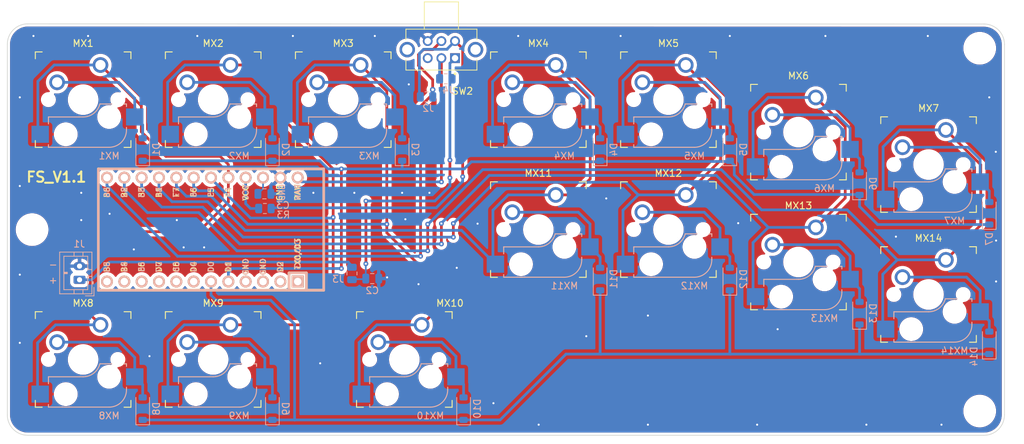
<source format=kicad_pcb>
(kicad_pcb (version 20221018) (generator pcbnew)
  (layers (0 "F.Cu" signal) (31 "B.Cu" signal) (34 "B.Paste" user) (35 "F.Paste" user) (36 "B.SilkS" user "B.Silkscreen") (37 "F.SilkS" user "F.Silkscreen") (38 "B.Mask" user) (39 "F.Mask" user) (44 "Edge.Cuts" user))
  (net 0 "")
  (net 5 "/ROW0")
  (net 6 "/ROW1")
  (net 8 "Net-(J1-Pin_1)")
  (net 9 "/COL0")
  (net 10 "/COL1")
  (net 11 "/COL2")
  (net 12 "/COL3")
  (net 13 "/COL4")
  (net 14 "/COL5")
  (net 15 "/COL6")
  (net 16 "Net-(SW2B-A)")
  (net 17 "+3.3V")
  (net 18 "Net-(D1-A)")
  (net 19 "Net-(D2-A)")
  (net 20 "Net-(D3-A)")
  (net 21 "Net-(D4-A)")
  (net 22 "Net-(D5-A)")
  (net 23 "Net-(D6-A)")
  (net 24 "Net-(D7-A)")
  (net 25 "/RST")
  (net 26 "Net-(D8-A)")
  (net 27 "Net-(D9-A)")
  (net 28 "Net-(D10-A)")
  (net 29 "Net-(D11-A)")
  (net 30 "Net-(D12-A)")
  (net 31 "Net-(D13-A)")
  (net 32 "Net-(D14-A)")
  (net 34 "Net-(SW2B-B)")
  (net 38 "GND")
  (net 39 "VDD")
  (net 40 "+BATT")
  (footprint "Hitbox_PCB:Kailh_socket_MX_optional" (layer "F.Cu") (at 127.005 33.3375)
    (fp_text reference "MX5")
    (fp_text value "MX_SW_solder")
  )
  (footprint "MountingHole:MountingHole_4.3mm_M4" (layer "F.Cu") (at 33.8 52.4)
    (fp_text reference "H1" hide)
    (fp_text value "MountingHole" hide)
  )
  (footprint "Hitbox_PCB:Kailh_socket_MX_optional" (layer "F.Cu") (at 146.05 38.0975)
    (fp_text reference "MX6")
    (fp_text value "MX_SW_solder")
  )
  (footprint "Hitbox_PCB:SW_EG2208" (layer "F.Cu") (at 93.75 26 180)
    (fp_text reference "SW2")
    (fp_text value "EG2208")
  )
  (footprint "Hitbox_PCB:Kailh_socket_MX_optional" (layer "F.Cu") (at 41.275 71.4375)
    (fp_text reference "MX8")
    (fp_text value "MX_SW_solder")
  )
  (footprint "Hitbox_PCB:Kailh_socket_MX_optional" (layer "F.Cu") (at 165.105 42.8575)
    (fp_text reference "MX7")
    (fp_text value "MX_SW_solder")
  )
  (footprint "Hitbox_PCB:Kailh_socket_MX_optional" (layer "F.Cu") (at 107.955 33.3375)
    (fp_text reference "MX4")
    (fp_text value "MX_SW_solder")
  )
  (footprint "Hitbox_PCB:Kailh_socket_MX_optional" (layer "F.Cu") (at 107.955 52.3875)
    (fp_text reference "MX11")
    (fp_text value "MX_SW_solder")
  )
  (footprint "MountingHole:MountingHole_4.3mm_M4" (layer "F.Cu") (at 172.6 25.8)
    (fp_text reference "H2" hide)
    (fp_text value "MountingHole" hide)
  )
  (footprint "MountingHole:MountingHole_4.3mm_M4" (layer "F.Cu") (at 172.6 79)
    (fp_text reference "H3" hide)
    (fp_text value "MountingHole" hide)
  )
  (footprint "Hitbox_PCB:Kailh_socket_MX_optional" (layer "F.Cu") (at 146.055 57.1475)
    (fp_text reference "MX13")
    (fp_text value "MX_SW_solder")
  )
  (footprint "Hitbox_PCB:Kailh_socket_MX_optional" (layer "F.Cu") (at 60.325 33.3375)
    (fp_text reference "MX2")
    (fp_text value "MX_SW_solder")
  )
  (footprint "Hitbox_PCB:Kailh_socket_MX_optional" (layer "F.Cu") (at 127.005 52.3875)
    (fp_text reference "MX12")
    (fp_text value "MX_SW_solder")
  )
  (footprint "Hitbox_PCB:Kailh_socket_MX_optional" (layer "F.Cu") (at 41.275 33.3375)
    (fp_text reference "MX1")
    (fp_text value "MX_SW_solder")
  )
  (footprint "Hitbox_PCB:Kailh_socket_MX_optional" (layer "F.Cu") (at 60.325 71.4375)
    (fp_text reference "MX9")
    (fp_text value "MX_SW_solder")
  )
  (footprint "Hitbox_PCB:Kailh_socket_MX_optional" (layer "F.Cu") (at 79.375 33.3375)
    (fp_text reference "MX3")
    (fp_text value "MX_SW_solder")
  )
  (footprint "Hitbox_PCB:Kailh_socket_MX_optional" (layer "F.Cu") (at 165.105 61.9075)
    (fp_text reference "MX14")
    (fp_text value "MX_SW_solder")
  )
  (footprint "Hitbox_PCB:Kailh_socket_MX_optional" (layer "F.Cu") (at 88.325 71.4375)
    (fp_text reference "MX10")
    (fp_text value "MX_SW_solder")
  )
  (footprint "Keebio:ArduinoProMicro" (layer "B.Cu") (at 58.7375 52.3875 180)
    (fp_text reference "U1" hide)
    (fp_text value "ProMicro" hide)
  )
  (footprint "Resistor_SMD:R_0805_2012Metric" (layer "B.Cu") (at 80.65 58.825 90)
    (fp_text reference "J3")
    (fp_text value "0R" hide)
  )
  (footprint "Capacitor_SMD:C_0805_2012Metric" (layer "B.Cu") (at 83.625 59.575)
    (fp_text reference "C2")
    (fp_text value "4.7uF" hide)
  )
  (footprint "Diode_SMD:D_SOD-123" (layer "B.Cu") (at 117 59.65 90)
    (fp_text reference "D11")
    (fp_text value "1N4448W-TP")
  )
  (footprint "Diode_SMD:D_SOD-123" (layer "B.Cu") (at 69 40.65 90)
    (fp_text reference "D2")
    (fp_text value "1N4448W-TP")
  )
  (footprint "Diode_SMD:D_SOD-123" (layer "B.Cu") (at 69 78.65 90)
    (fp_text reference "D9")
    (fp_text value "1N4448W-TP")
  )
  (footprint "Resistor_SMD:R_0805_2012Metric" (layer "B.Cu") (at 94.4 30.275)
    (fp_text reference "J4")
    (fp_text value "0R" hide)
  )
  (footprint "Diode_SMD:D_SOD-123" (layer "B.Cu") (at 174 50 90)
    (fp_text reference "D7")
    (fp_text value "1N4448W-TP")
  )
  (footprint "Diode_SMD:D_SOD-123" (layer "B.Cu") (at 174 69 90)
    (fp_text reference "D14")
    (fp_text value "1N4448W-TP")
  )
  (footprint "Diode_SMD:D_SOD-123" (layer "B.Cu") (at 50 40.65 90)
    (fp_text reference "D1")
    (fp_text value "1N4448W-TP")
  )
  (footprint "Connector_JST:JST_PH_B2B-PH-K_1x02_P2.00mm_Vertical" (layer "B.Cu") (at 40.75 59.75 90)
    (fp_text reference "J1")
    (fp_text value "B2B-PH-K-S(LF)(SN)")
  )
  (footprint "Diode_SMD:D_SOD-123" (layer "B.Cu") (at 88 40.65 90)
    (fp_text reference "D3")
    (fp_text value "1N4448W-TP")
  )
  (footprint "Diode_SMD:D_SOD-123" (layer "B.Cu") (at 155 45.65 90)
    (fp_text reference "D6")
    (fp_text value "1N4448W-TP")
  )
  (footprint "Diode_SMD:D_SOD-123" (layer "B.Cu") (at 117 40.65 90)
    (fp_text reference "D4")
    (fp_text value "1N4448W-TP")
  )
  (footprint "Diode_SMD:D_SOD-123" (layer "B.Cu") (at 97 78.65 90)
    (fp_text reference "D10")
    (fp_text value "1N4448W-TP")
  )
  (footprint "Resistor_SMD:R_0805_2012Metric" (layer "B.Cu") (at 67.9 49.3 180)
    (fp_text reference "R3")
    (fp_text value "100k" hide)
  )
  (footprint "Diode_SMD:D_SOD-123" (layer "B.Cu") (at 155 64.65 90)
    (fp_text reference "D13")
    (fp_text value "1N4448W-TP")
  )
  (footprint "Capacitor_SMD:C_0805_2012Metric" (layer "B.Cu") (at 67.825 47.15)
    (fp_text reference "C3")
    (fp_text value "0.1uF" hide)
  )
  (footprint "Diode_SMD:D_SOD-123" (layer "B.Cu") (at 136 40.65 90)
    (fp_text reference "D5")
    (fp_text value "1N4448W-TP")
  )
  (footprint "Diode_SMD:D_SOD-123" (layer "B.Cu") (at 136 59.65 90)
    (fp_text reference "D12")
    (fp_text value "1N4448W-TP")
  )
  (footprint "Resistor_SMD:R_0805_2012Metric" (layer "B.Cu") (at 91.575 32.925 180)
    (fp_text reference "J2")
    (fp_text value "0R" hide)
  )
  (footprint "Diode_SMD:D_SOD-123" (layer "B.Cu") (at 50 78.65 90)
    (fp_text reference "D8")
    (fp_text value "1N4448W-TP")
  )
  (gr_line (start 176.228679 25.246321) (end 176.228679 79.553679) (stroke (width 0.1)) (layer "Edge.Cuts"))
  (gr_circle (center 172.6 79) (end 174.6 79) (stroke (width 0.1)) (fill none) (layer "Edge.Cuts"))
  (gr_arc (start 30.171321 25.221321) (mid 31.05 23.1) (end 33.171321 22.221321) (stroke (width 0.1)) (layer "Edge.Cuts"))
  (gr_arc (start 173.228679 22.246321) (mid 175.35 23.125) (end 176.228679 25.246321) (stroke (width 0.1)) (layer "Edge.Cuts"))
  (gr_arc (start 176.228679 79.553679) (mid 175.35 81.675) (end 173.228679 82.553679) (stroke (width 0.1)) (layer "Edge.Cuts"))
  (gr_line (start 30.171321 79.553679) (end 30.171321 25.221321) (stroke (width 0.1)) (layer "Edge.Cuts"))
  (gr_arc (start 33.171321 82.553679) (mid 31.05 81.675) (end 30.171321 79.553679) (stroke (width 0.1)) (layer "Edge.Cuts"))
  (gr_line (start 173.228679 82.553679) (end 33.171321 82.553679) (stroke (width 0.1)) (layer "Edge.Cuts"))
  (gr_circle (center 33.8 52.393556) (end 35.8 52.393556) (stroke (width 0.1)) (fill none) (layer "Edge.Cuts"))
  (gr_line (start 33.171321 22.221321) (end 173.228679 22.246321) (stroke (width 0.1)) (layer "Edge.Cuts"))
  (gr_circle (center 172.6 25.8) (end 174.6 25.8) (stroke (width 0.1)) (fill none) (layer "Edge.Cuts"))
  (gr_text "-" (at 37.6 58.1) (layer "B.SilkS") (effects (font (size 1 1)) (justify left bottom mirror)))
  (gr_text "+" (at 37.6 60.4) (layer "B.SilkS") (effects (font (size 1 1)) (justify left bottom mirror)))
  (gr_text "FS_V1.1" (at 32.8 45.575) (layer "F.SilkS") (effects (font (size 1.5 1.5) (thickness 0.3) bold) (justify left bottom)))
  (segment (start 79.1 58.1) (end 79.1 43.5) (width 0.4) (layer "F.Cu") (net 5))
  (via (at 79.1 58.1) (size 0.7) (drill 0.3) (layers "F.Cu" "B.Cu") (net 5))
  (via (at 79.1 43.5) (size 0.7) (drill 0.3) (layers "F.Cu" "B.Cu") (net 5))
  (segment (start 79.1 43.5) (end 77.15 43.5) (width 0.4) (layer "B.Cu") (net 5))
  (segment (start 62.5475 60.0075) (end 62.5475 58.6525) (width 0.4) (layer "B.Cu") (net 5))
  (segment (start 136.65 42.95) (end 136.1 42.4) (width 0.4) (layer "B.Cu") (net 5))
  (segment (start 62.55 42.3) (end 50 42.3) (width 0.4) (layer "B.Cu") (net 5))
  (segment (start 155 49) (end 155 47.25) (width 0.4) (layer "B.Cu") (net 5))
  (segment (start 155 47.25) (end 139.55 47.25) (width 0.4) (layer "B.Cu") (net 5))
  (segment (start 157.65 51.65) (end 155 49) (width 0.4) (layer "B.Cu") (net 5))
  (segment (start 117 42.3) (end 117 42.45) (width 0.4) (layer "B.Cu") (net 5))
  (segment (start 62.55 42.3) (end 62.5475 42.3025) (width 0.4) (layer "B.Cu") (net 5))
  (segment (start 117 42.45) (end 98.15 42.45) (width 0.4) (layer "B.Cu") (net 5))
  (segment (start 98.15 42.45) (end 97.1 43.5) (width 0.4) (layer "B.Cu") (net 5))
  (segment (start 174 51.65) (end 157.65 51.65) (width 0.4) (layer "B.Cu") (net 5))
  (segment (start 62.55 42.3) (end 69 42.3) (width 0.4) (layer "B.Cu") (net 5))
  (segment (start 63.1 58.1) (end 79.1 58.1) (width 0.4) (layer "B.Cu") (net 5))
  (segment (start 136 42.3) (end 136.1 42.4) (width 0.4) (layer "B.Cu") (net 5))
  (segment (start 136.1 42.4) (end 117.1 42.4) (width 0.4) (layer "B.Cu") (net 5))
  (segment (start 77.15 43.5) (end 75.95 42.3) (width 0.4) (layer "B.Cu") (net 5))
  (segment (start 62.5475 58.6525) (end 63.1 58.1) (width 0.4) (layer "B.Cu") (net 5))
  (segment (start 136.65 44.35) (end 136.65 42.95) (width 0.4) (layer "B.Cu") (net 5))
  (segment (start 75.95 42.3) (end 69 42.3) (width 0.4) (layer "B.Cu") (net 5))
  (segment (start 139.55 47.25) (end 136.65 44.35) (width 0.4) (layer "B.Cu") (net 5))
  (segment (start 117.1 42.4) (end 117 42.3) (width 0.4) (layer "B.Cu") (net 5))
  (segment (start 88 42.3) (end 88 43.5) (width 0.4) (layer "B.Cu") (net 5))
  (segment (start 97.1 43.5) (end 79.1 43.5) (width 0.4) (layer "B.Cu") (net 5))
  (segment (start 117 61.3) (end 117 70.55) (width 0.4) (layer "B.Cu") (net 6))
  (segment (start 50 80.3) (end 69 80.3) (width 0.4) (layer "B.Cu") (net 6))
  (segment (start 155 66.3) (end 155 70.6) (width 0.4) (layer "B.Cu") (net 6))
  (segment (start 117.1 70.65) (end 112 70.65) (width 0.4) (layer "B.Cu") (net 6))
  (segment (start 174 70.65) (end 155.05 70.65) (width 0.4) (layer "B.Cu") (net 6))
  (segment (start 102.35 80.3) (end 97 80.3) (width 0.4) (layer "B.Cu") (net 6))
  (segment (start 68.75 62.75) (end 72.25 66.25) (width 0.4) (layer "B.Cu") (net 6))
  (segment (start 72.25 80.3) (end 97 80.3) (width 0.4) (layer "B.Cu") (net 6))
  (segment (start 60.0075 60.0075) (end 60.0075 62.0075) (width 0.4) (layer "B.Cu") (net 6))
  (segment (start 60.75 62.75) (end 68.75 62.75) (width 0.4) (layer "B.Cu") (net 6))
  (segment (start 155 70.6) (end 155.05 70.65) (width 0.4) (layer "B.Cu") (net 6))
  (segment (start 60.0075 62.0075) (end 60.75 62.75) (width 0.4) (layer "B.Cu") (net 6))
  (segment (start 136 61.3) (end 136 70.6) (width 0.4) (layer "B.Cu") (net 6))
  (segment (start 72.25 66.25) (end 72.25 80.3) (width 0.4) (layer "B.Cu") (net 6))
  (segment (start 117 70.55) (end 117.1 70.65) (width 0.4) (layer "B.Cu") (net 6))
  (segment (start 136 70.6) (end 136.05 70.65) (width 0.4) (layer "B.Cu") (net 6))
  (segment (start 136.05 70.65) (end 117.1 70.65) (width 0.4) (layer "B.Cu") (net 6))
  (segment (start 155.05 70.65) (end 136.05 70.65) (width 0.4) (layer "B.Cu") (net 6))
  (segment (start 69 80.3) (end 72.25 80.3) (width 0.4) (layer "B.Cu") (net 6))
  (segment (start 112 70.65) (end 102.35 80.3) (width 0.4) (layer "B.Cu") (net 6))
  (segment (start 42.55 59.75) (end 45.15 57.15) (width 0.4) (layer "B.Cu") (net 8))
  (segment (start 80.7375 57.8375) (end 80.65 57.75) (width 0.25) (layer "B.Cu") (net 8))
  (segment (start 80.1 57.1875) (end 80.75 57.8375) (width 0.4) (layer "B.Cu") (net 8))
  (segment (start 80.1 57.15) (end 80.1 57.1875) (width 0.4) (layer "B.Cu") (net 8))
  (segment (start 40.75 59.75) (end 42.55 59.75) (width 0.4) (layer "B.Cu") (net 8))
  (segment (start 45.15 57.15) (end 80.1 57.15) (width 0.4) (layer "B.Cu") (net 8))
  (segment (start 38.5 61.0425) (end 38.5 56.8) (width 0.4) (layer "F.Cu") (net 9))
  (segment (start 43.815 66.3575) (end 38.5 61.0425) (width 0.4) (layer "F.Cu") (net 9))
  (segment (start 42.6 52.7) (end 58.2 52.7) (width 0.4) (layer "F.Cu") (net 9))
  (segment (start 62.5475 48.3525) (end 62.5475 44.7675) (width 0.4) (layer "F.Cu") (net 9))
  (segment (start 38.5 56.8) (end 42.6 52.7) (width 0.4) (layer "F.Cu") (net 9))
  (segment (start 62.5475 42.8475) (end 62.5475 44.7675) (width 0.4) (layer "F.Cu") (net 9))
  (segment (start 53.4 41.65) (end 61.35 41.65) (width 0.4) (layer "F.Cu") (net 9))
  (segment (start 49.8 38.05) (end 53.4 41.65) (width 0.4) (layer "F.Cu") (net 9))
  (segment (start 58.2 52.7) (end 62.5475 48.3525) (width 0.4) (layer "F.Cu") (net 9))
  (segment (start 61.35 41.65) (end 62.5475 42.8475) (width 0.4) (layer "F.Cu") (net 9))
  (segment (start 49.8 34.2425) (end 49.8 38.05) (width 0.4) (layer "F.Cu") (net 9))
  (segment (start 43.815 28.2575) (end 49.8 34.2425) (width 0.4) (layer "F.Cu") (net 9))
  (segment (start 34.65 38.0825) (end 34.65 30.65) (width 0.4) (layer "B.Cu") (net 9))
  (segment (start 37.2425 66.3575) (end 43.815 66.3575) (width 0.4) (layer "B.Cu") (net 9))
  (segment (start 34.985 76.5175) (end 34.6 76.1325) (width 0.4) (layer "B.Cu") (net 9))
  (segment (start 37.0425 28.2575) (end 43.815 28.2575) (width 0.4) (layer "B.Cu") (net 9))
  (segment (start 34.6 76.1325) (end 34.6 69) (width 0.4) (layer "B.Cu") (net 9))
  (segment (start 34.985 38.4175) (end 34.65 38.0825) (width 0.4) (layer "B.Cu") (net 9))
  (segment (start 34.65 30.65) (end 37.0425 28.2575) (width 0.4) (layer "B.Cu") (net 9))
  (segment (start 34.6 69) (end 37.2425 66.3575) (width 0.4) (layer "B.Cu") (net 9))
  (segment (start 77.9 50.6) (end 77.9 64) (width 0.4) (layer "F.Cu") (net 10))
  (segment (start 77.9 43.5) (end 71.05 36.65) (width 0.4) (layer "F.Cu") (net 10))
  (segment (start 67.9075 28.2575) (end 62.865 28.2575) (width 0.4) (layer "F.Cu") (net 10))
  (segment (start 71.05 31.4) (end 67.9075 28.2575) (width 0.4) (layer "F.Cu") (net 10))
  (segment (start 77.9 50.6) (end 77.9 43.5) (width 0.4) (layer "F.Cu") (net 10))
  (segment (start 75.5425 66.3575) (end 62.865 66.3575) (width 0.4) (layer "F.Cu") (net 10))
  (segment (start 77.9 64) (end 75.5425 66.3575) (width 0.4) (layer "F.Cu") (net 10))
  (segment (start 71.05 36.65) (end 71.05 31.4) (width 0.4) (layer "F.Cu") (net 10))
  (via (at 77.9 50.6) (size 0.7) (drill 0.3) (layers "F.Cu" "B.Cu") (net 10))
  (segment (start 53.65 38.0325) (end 53.65 30.8) (width 0.4) (layer "B.Cu") (net 10))
  (segment (start 53.7 76.1825) (end 53.7 68.75) (width 0.4) (layer "B.Cu") (net 10))
  (segment (start 53.7 68.75) (end 56.0925 66.3575) (width 0.4) (layer "B.Cu") (net 10))
  (segment (start 77.8 50.7) (end 65.8 50.7) (width 0.4) (layer "B.Cu") (net 10))
  (segment (start 54.035 76.5175) (end 53.7 76.1825) (width 0.4) (layer "B.Cu") (net 10))
  (segment (start 77.9 50.6) (end 77.8 50.7) (width 0.4) (layer "B.Cu") (net 10))
  (segment (start 56.1925 28.2575) (end 62.865 28.2575) (width 0.4) (layer "B.Cu") (net 10))
  (segment (start 65.8 50.7) (end 60.0075 44.9075) (width 0.4) (layer "B.Cu") (net 10))
  (segment (start 60.0075 44.9075) (end 60.0075 44.7675) (width 0.4) (layer "B.Cu") (net 10))
  (segment (start 54.035 38.4175) (end 53.65 38.0325) (width 0.4) (layer "B.Cu") (net 10))
  (segment (start 56.0925 66.3575) (end 62.865 66.3575) (width 0.4) (layer "B.Cu") (net 10))
  (segment (start 53.65 30.8) (end 56.1925 28.2575) (width 0.4) (layer "B.Cu") (net 10))
  (segment (start 85.7559 32.0984) (end 85.7559 52.8559) (width 0.4) (layer "F.Cu") (net 11))
  (segment (start 81.915 28.2575) (end 85.7559 32.0984) (width 0.4) (layer "F.Cu") (net 11))
  (segment (start 85.7559 52.8559) (end 92.6 59.7) (width 0.4) (layer "F.Cu") (net 11))
  (segment (start 92.6 59.7) (end 92.6 64.6225) (width 0.4) (layer "F.Cu") (net 11))
  (segment (start 92.6 64.6225) (end 90.865 66.3575) (width 0.4) (layer "F.Cu") (net 11))
  (via (at 85.7559 51.6) (size 0.7) (drill 0.3) (layers "F.Cu" "B.Cu") (net 11))
  (segment (start 60.5 46.7) (end 58.1 46.7) (width 0.4) (layer "B.Cu") (net 11))
  (segment (start 73.085 38.4175) (end 72.65 37.9825) (width 0.4) (layer "B.Cu") (net 11))
  (segment (start 81.7 68.95) (end 84.2925 66.3575) (width 0.4) (layer "B.Cu") (net 11))
  (segment (start 82.035 76.5175) (end 81.7 76.1825) (width 0.4) (layer "B.Cu") (net 11))
  (segment (start 58.1 46.7) (end 57.4675 46.0675) (width 0.4) (layer "B.Cu") (net 11))
  (segment (start 65.4 51.6) (end 60.5 46.7) (width 0.4) (layer "B.Cu") (net 11))
  (segment (start 72.65 37.9825) (end 72.65 30.85) (width 0.4) (layer "B.Cu") (net 11))
  (segment (start 72.65 30.85) (end 75.2425 28.2575) (width 0.4) (layer "B.Cu") (net 11))
  (segment (start 85.7559 51.6) (end 65.4 51.6) (width 0.4) (layer "B.Cu") (net 11))
  (segment (start 75.2425 28.2575) (end 81.915 28.2575) (width 0.4) (layer "B.Cu") (net 11))
  (segment (start 81.7 76.1825) (end 81.7 68.95) (width 0.4) (layer "B.Cu") (net 11))
  (segment (start 57.4675 46.0675) (end 57.4675 44.7675) (width 0.4) (layer "B.Cu") (net 11))
  (segment (start 84.2925 66.3575) (end 90.865 66.3575) (width 0.4) (layer "B.Cu") (net 11))
  (segment (start 115.55 33.3125) (end 110.495 28.2575) (width 0.4) (layer "F.Cu") (net 12))
  (segment (start 110.495 47.3075) (end 113.1925 47.3075) (width 0.4) (layer "F.Cu") (net 12))
  (segment (start 115.55 44.95) (end 115.55 33.3125) (width 0.4) (layer "F.Cu") (net 12))
  (segment (start 113.1925 47.3075) (end 115.55 44.95) (width 0.4) (layer "F.Cu") (net 12))
  (segment (start 101.25 30.7) (end 103.6925 28.2575) (width 0.4) (layer "B.Cu") (net 12))
  (segment (start 101.3 49.55) (end 103.5425 47.3075) (width 0.4) (layer "B.Cu") (net 12))
  (segment (start 101.3 57.1025) (end 101.3 49.55) (width 0.4) (layer "B.Cu") (net 12))
  (segment (start 54.9275 46.0275) (end 56.4 47.5) (width 0.4) (layer "B.Cu") (net 12))
  (segment (start 65 52.5) (end 96.6975 52.5) (width 0.4) (layer "B.Cu") (net 12))
  (segment (start 103.5425 47.3075) (end 110.495 47.3075) (width 0.4) (layer "B.Cu") (net 12))
  (segment (start 101.665 57.4675) (end 101.3 57.1025) (width 0.4) (layer "B.Cu") (net 12))
  (segment (start 60 47.5) (end 65 52.5) (width 0.4) (layer "B.Cu") (net 12))
  (segment (start 96.6975 52.5) (end 101.665 57.4675) (width 0.4) (layer "B.Cu") (net 12))
  (segment (start 101.25 38.0025) (end 101.25 30.7) (width 0.4) (layer "B.Cu") (net 12))
  (segment (start 56.4 47.5) (end 60 47.5) (width 0.4) (layer "B.Cu") (net 12))
  (segment (start 103.6925 28.2575) (end 110.495 28.2575) (width 0.4) (layer "B.Cu") (net 12))
  (segment (start 54.9275 44.7675) (end 54.9275 46.0275) (width 0.4) (layer "B.Cu") (net 12))
  (segment (start 101.665 38.4175) (end 101.25 38.0025) (width 0.4) (layer "B.Cu") (net 12))
  (segment (start 134.65 42.2025) (end 134.65 33.3625) (width 0.4) (layer "F.Cu") (net 13))
  (segment (start 95.5 53.5) (end 95.5 51.5) (width 0.4) (layer "F.Cu") (net 13))
  (segment (start 129.545 47.3075) (end 134.65 42.2025) (width 0.4) (layer "F.Cu") (net 13))
  (segment (start 134.65 33.3625) (end 129.545 28.2575) (width 0.4) (layer "F.Cu") (net 13))
  (via (at 95.5 51.5) (size 0.7) (drill 0.3) (layers "F.Cu" "B.Cu") (net 13))
  (via (at 95.5 53.5) (size 0.7) (drill 0.3) (layers "F.Cu" "B.Cu") (net 13))
  (segment (start 120.735 45.45) (end 122.5925 47.3075) (width 0.4) (layer "B.Cu") (net 13))
  (segment (start 54.3 48.3) (end 52.3875 46.3875) (width 0.4) (layer "B.Cu") (net 13))
  (segment (start 95.5 53.5) (end 64.7 53.5) (width 0.4) (layer "B.Cu") (net 13))
  (segment (start 120.35 30.55) (end 122.6425 28.2575) (width 0.4) (layer "B.Cu") (net 13))
  (segment (start 120.35 38.0525) (end 120.35 30.55) (width 0.4) (layer "B.Cu") (net 13))
  (segment (start 120.715 38.4175) (end 120.35 38.0525) (width 0.4) (layer "B.Cu") (net 13))
  (segment (start 120.715 57.4675) (end 120.35 57.1025) (width 0.4) (layer "B.Cu") (net 13))
  (segment (start 95.5 51.5) (end 101.55 45.45) (width 0.4) (layer "B.Cu") (net 13))
  (segment (start 59.5 48.3) (end 54.3 48.3) (width 0.4) (layer "B.Cu") (net 13))
  (segment (start 120.35 49.55) (end 122.5925 47.3075) (width 0.4) (layer "B.Cu") (net 13))
  (segment (start 52.3875 46.3875) (end 52.3875 44.7675) (width 0.4) (layer "B.Cu") (net 13))
  (segment (start 122.5925 47.3075) (end 129.545 47.3075) (width 0.4) (layer "B.Cu") (net 13))
  (segment (start 122.6425 28.2575) (end 129.545 28.2575) (width 0.4) (layer "B.Cu") (net 13))
  (segment (start 64.7 53.5) (end 59.5 48.3) (width 0.4) (layer "B.Cu") (net 13))
  (segment (start 120.35 57.1025) (end 120.35 49.55) (width 0.4) (layer "B.Cu") (net 13))
  (segment (start 101.55 45.45) (end 120.735 45.45) (width 0.4) (layer "B.Cu") (net 13))
  (segment (start 152.9 47.7625) (end 152.9 37.3275) (width 0.4) (layer "F.Cu") (net 14))
  (segment (start 152.9 37.3275) (end 148.59 33.0175) (width 0.4) (layer "F.Cu") (net 14))
  (segment (start 93.75 51.5) (end 93.75 54.5) (width 0.4) (layer "F.Cu") (net 14))
  (segment (start 148.595 52.0675) (end 152.9 47.7625) (width 0.4) (layer "F.Cu") (net 14))
  (via (at 93.75 54.5) (size 0.7) (drill 0.3) (layers "F.Cu" "B.Cu") (net 14))
  (via (at 93.75 51.5) (size 0.7) (drill 0.3) (layers "F.Cu" "B.Cu") (net 14))
  (segment (start 141.6325 52.0675) (end 148.595 52.0675) (width 0.4) (layer "B.Cu") (net 14))
  (segment (start 64.2 54.5) (end 58.8 49.1) (width 0.4) (layer "B.Cu") (net 14))
  (segment (start 100.75 44.45) (end 134.015 44.45) (width 0.4) (layer "B.Cu") (net 14))
  (segment (start 93.75 54.5) (end 64.2 54.5) (width 0.4) (layer "B.Cu") (net 14))
  (segment (start 139.76 43.1775) (end 139.4 42.8175) (width 0.4) (layer "B.Cu") (net 14))
  (segment (start 139.4 42.8175) (end 139.4 35.25) (width 0.4) (layer "B.Cu") (net 14))
  (segment (start 93.75 51.45) (end 100.75 44.45) (width 0.4) (layer "B.Cu") (net 14))
  (segment (start 139.765 62.2275) (end 139.4 61.8625) (width 0.4) (layer "B.Cu") (net 14))
  (segment (start 139.4 35.25) (end 141.6325 33.0175) (width 0.4) (layer "B.Cu") (net 14))
  (segment (start 139.4 61.8625) (end 139.4 54.3) (width 0.4) (layer "B.Cu") (net 14))
  (segment (start 52.8 49.1) (end 49.8475 46.1475) (width 0.4) (layer "B.Cu") (net 14))
  (segment (start 141.6325 33.0175) (end 148.59 33.0175) (width 0.4) (layer "B.Cu") (net 14))
  (segment (start 49.8475 46.1475) (end 49.8475 44.7675) (width 0.4) (layer "B.Cu") (net 14))
  (segment (start 58.8 49.1) (end 52.8 49.1) (width 0.4) (layer "B.Cu") (net 14))
  (segment (start 134.015 44.45) (end 141.6325 52.0675) (width 0.4) (layer "B.Cu") (net 14))
  (segment (start 93.75 51.5) (end 93.75 51.45) (width 0.4) (layer "B.Cu") (net 14))
  (segment (start 139.4 54.3) (end 141.6325 52.0675) (width 0.4) (layer "B.Cu") (net 14))
  (segment (start 172.75 42.8825) (end 167.645 37.7775) (width 0.4) (layer "F.Cu") (net 15))
  (segment (start 91.75 51.6) (end 91.75 55.5) (width 0.4) (layer "F.Cu") (net 15))
  (segment (start 172.75 51.7225) (end 172.75 42.8825) (width 0.4) (layer "F.Cu") (net 15))
  (segment (start 167.645 56.8275) (end 172.75 51.7225) (width 0.4) (layer "F.Cu") (net 15))
  (via (at 91.75 51.6) (size 0.7) (drill 0.3) (layers "F.Cu" "B.Cu") (net 15))
  (via (at 91.75 55.5) (size 0.7) (drill 0.3) (layers "F.Cu" "B.Cu") (net 15))
  (segment (start 99.8 43.6) (end 134.75 43.6) (width 0.4) (layer "B.Cu") (net 15))
  (segment (start 91.8 51.6) (end 99.8 43.6) (width 0.4) (layer "B.Cu") (net 15))
  (segment (start 140.65 49.5) (end 153.2 49.5) (width 0.4) (layer "B.Cu") (net 15))
  (segment (start 158.815 66.9875) (end 158.4 66.5725) (width 0.4) (layer "B.Cu") (net 15))
  (segment (start 50.7 49.9) (end 47.3075 46.5075) (width 0.4) (layer "B.Cu") (net 15))
  (segment (start 158.45 40.25) (end 160.9225 37.7775) (width 0.4) (layer "B.Cu") (net 15))
  (segment (start 158.45 47.5725) (end 158.45 40.25) (width 0.4) (layer "B.Cu") (net 15))
  (segment (start 134.75 43.6) (end 140.65 49.5) (width 0.4) (layer "B.Cu") (net 15))
  (segment (start 47.3075 46.5075) (end 47.3075 44.7675) (width 0.4) (layer "B.Cu") (net 15))
  (segment (start 160.5225 56.8275) (end 167.645 56.8275) (width 0.4) (layer "B.Cu") (net 15))
  (segment (start 158.4 58.95) (end 160.5225 56.8275) (width 0.4) (layer "B.Cu") (net 15))
  (segment (start 158.815 47.9375) (end 158.45 47.5725) (width 0.4) (layer "B.Cu") (net 15))
  (segment (start 63.8 55.5) (end 58.2 49.9) (width 0.4) (layer "B.Cu") (net 15))
  (segment (start 91.75 55.5) (end 63.8 55.5) (width 0.4) (layer "B.Cu") (net 15))
  (segment (start 158.4 66.5725) (end 158.4 58.95) (width 0.4) (layer "B.Cu") (net 15))
  (segment (start 160.5225 56.8225) (end 160.5225 56.8275) (width 0.4) (layer "B.Cu") (net 15))
  (segment (start 160.9225 37.7775) (end 167.645 37.7775) (width 0.4) (layer "B.Cu") (net 15))
  (segment (start 58.2 49.9) (end 50.7 49.9) (width 0.4) (layer "B.Cu") (net 15))
  (segment (start 91.75 51.6) (end 91.8 51.6) (width 0.4) (layer "B.Cu") (net 15))
  (segment (start 153.2 49.5) (end 160.5225 56.8225) (width 0.4) (layer "B.Cu") (net 15))
  (segment (start 96.869 44.631) (end 96.869 25.869) (width 0.4) (layer "F.Cu") (net 16))
  (segment (start 96.869 25.869) (end 95.75 24.75) (width 0.4) (layer "F.Cu") (net 16))
  (via (at 96.869 44.631) (size 0.7) (drill 0.3) (layers "F.Cu" "B.Cu") (net 16))
  (segment (start 94.6 25.95) (end 94.6 25.9) (width 0.4) (layer "B.Cu") (net 16))
  (segment (start 91.15 25.95) (end 94.6 25.95) (width 0.4) (layer "B.Cu") (net 16))
  (segment (start 90.525 26.575) (end 91.15 25.95) (width 0.4) (layer "B.Cu") (net 16))
  (segment (start 96.869 45.331) (end 93 49.2) (width 0.4) (layer "B.Cu") (net 16))
  (segment (start 90.6625 32.925) (end 90.525 32.7875) (width 0.4) (layer "B.Cu") (net 16))
  (segment (start 90.525 32.7875) (end 90.525 26.575) (width 0.4) (layer "B.Cu") (net 16))
  (segment (start 94.6 25.9) (end 95.75 24.75) (width 0.4) (layer "B.Cu") (net 16))
  (segment (start 68.9125 49.2) (end 68.8125 49.3) (width 0.4) (layer "B.Cu") (net 16))
  (segment (start 96.869 44.631) (end 96.869 45.331) (width 0.4) (layer "B.Cu") (net 16))
  (segment (start 93 49.2) (end 68.9125 49.2) (width 0.4) (layer "B.Cu") (net 16))
  (segment (start 65.0875 48.5875) (end 65.0875 44.7675) (width 0.4) (layer "B.Cu") (net 17))
  (segment (start 66.9875 49.3) (end 65.8 49.3) (width 0.4) (layer "B.Cu") (net 17))
  (segment (start 65.8 49.3) (end 65.0875 48.5875) (width 0.4) (layer "B.Cu") (net 17))
  (segment (start 46.4975 30.7975) (end 37.465 30.7975) (width 0.4) (layer "B.Cu") (net 18))
  (segment (start 50 37.0425) (end 48.835 35.8775) (width 0.4) (layer "B.Cu") (net 18))
  (segment (start 50 39) (end 50 37.0425) (width 0.4) (layer "B.Cu") (net 18))
  (segment (start 48.835 35.8775) (end 48.835 33.135) (width 0.4) (layer "B.Cu") (net 18))
  (segment (start 48.835 33.135) (end 46.4975 30.7975) (width 0.4) (layer "B.Cu") (net 18))
  (segment (start 67.885 32.935) (end 65.7475 30.7975) (width 0.4) (layer "B.Cu") (net 19))
  (segment (start 69 36.9925) (end 67.885 35.8775) (width 0.4) (layer "B.Cu") (net 19))
  (segment (start 65.7475 30.7975) (end 56.515 30.7975) (width 0.4) (layer "B.Cu") (net 19))
  (segment (start 67.885 35.8775) (end 67.885 32.935) (width 0.4) (layer "B.Cu") (net 19))
  (segment (start 69 39) (end 69 36.9925) (width 0.4) (layer "B.Cu") (net 19))
  (segment (start 86.935 32.735) (end 84.9975 30.7975) (width 0.4) (layer "B.Cu") (net 20))
  (segment (start 88 36.9425) (end 86.935 35.8775) (width 0.4) (layer "B.Cu") (net 20))
  (segment (start 86.935 35.8775) (end 86.935 32.735) (width 0.4) (layer "B.Cu") (net 20))
  (segment (start 88 39) (end 88 36.9425) (width 0.4) (layer "B.Cu") (net 20))
  (segment (start 84.9975 30.7975) (end 75.565 30.7975) (width 0.4) (layer "B.Cu") (net 20))
  (segment (start 115.515 32.915) (end 113.3975 30.7975) (width 0.4) (layer "B.Cu") (net 21))
  (segment (start 115.515 35.8775) (end 115.515 32.915) (width 0.4) (layer "B.Cu") (net 21))
  (segment (start 113.3975 30.7975) (end 104.145 30.7975) (width 0.4) (layer "B.Cu") (net 21))
  (segment (start 117 39) (end 117 37.3625) (width 0.4) (layer "B.Cu") (net 21))
  (segment (start 117 37.3625) (end 115.515 35.8775) (width 0.4) (layer "B.Cu") (net 21))
  (segment (start 136 39) (end 136 37.3125) (width 0.4) (layer "B.Cu") (net 22))
  (segment (start 132.3475 30.7975) (end 123.195 30.7975) (width 0.4) (layer "B.Cu") (net 22))
  (segment (start 136 37.3125) (end 134.565 35.8775) (width 0.4) (layer "B.Cu") (net 22))
  (segment (start 134.565 35.8775) (end 134.565 33.015) (width 0.4) (layer "B.Cu") (net 22))
  (segment (start 134.565 33.015) (end 132.3475 30.7975) (width 0.4) (layer "B.Cu") (net 22))
  (segment (start 155 44) (end 155 42.0275) (width 0.4) (layer "B.Cu") (net 23))
  (segment (start 153.61 37.51) (end 151.6575 35.5575) (width 0.4) (layer "B.Cu") (net 23))
  (segment (start 151.6575 35.5575) (end 142.24 35.5575) (width 0.4) (layer "B.Cu") (net 23))
  (segment (start 155 42.0275) (end 153.61 40.6375) (width 0.4) (layer "B.Cu") (net 23))
  (segment (start 153.61 40.6375) (end 153.61 37.51) (width 0.4) (layer "B.Cu") (net 23))
  (segment (start 174 48.35) (end 174 46.7325) (width 0.4) (layer "B.Cu") (net 24))
  (segment (start 172.665 42.115) (end 170.8675 40.3175) (width 0.4) (layer "B.Cu") (net 24))
  (segment (start 172.665 45.3975) (end 172.665 42.115) (width 0.4) (layer "B.Cu") (net 24))
  (segment (start 174 46.7325) (end 172.665 45.3975) (width 0.4) (layer "B.Cu") (net 24))
  (segment (start 170.8675 40.3175) (end 161.295 40.3175) (width 0.4) (layer "B.Cu") (net 24))
  (segment (start 67.75 44.89) (end 67.6275 44.7675) (width 0.25) (layer "F.Cu") (net 25))
  (segment (start 67.6275 44.7675) (end 67.6275 46.3975) (width 0.25) (layer "B.Cu") (net 25))
  (segment (start 67.6275 46.3975) (end 66.875 47.15) (width 0.25) (layer "B.Cu") (net 25))
  (segment (start 48.835 73.9775) (end 48.835 71.135) (width 0.4) (layer "B.Cu") (net 26))
  (segment (start 50 77) (end 50 75.1425) (width 0.4) (layer "B.Cu") (net 26))
  (segment (start 50 75.1425) (end 48.835 73.9775) (width 0.4) (layer "B.Cu") (net 26))
  (segment (start 46.5975 68.8975) (end 37.465 68.8975) (width 0.4) (layer "B.Cu") (net 26))
  (segment (start 48.835 71.135) (end 46.5975 68.8975) (width 0.4) (layer "B.Cu") (net 26))
  (segment (start 67.885 71.235) (end 65.5475 68.8975) (width 0.4) (layer "B.Cu") (net 27))
  (segment (start 69 77) (end 69 75.0925) (width 0.4) (layer "B.Cu") (net 27))
  (segment (start 65.5475 68.8975) (end 56.515 68.8975) (width 0.4) (layer "B.Cu") (net 27))
  (segment (start 69 75.0925) (end 67.885 73.9775) (width 0.4) (layer "B.Cu") (net 27))
  (segment (start 67.885 73.9775) (end 67.885 71.235) (width 0.4) (layer "B.Cu") (net 27))
  (segment (start 97 75.0925) (end 95.885 73.9775) (width 0.4) (layer "B.Cu") (net 28))
  (segment (start 95.885 70.985) (end 93.7975 68.8975) (width 0.4) (layer "B.Cu") (net 28))
  (segment (start 97 77) (end 97 75.0925) (width 0.4) (layer "B.Cu") (net 28))
  (segment (start 93.7975 68.8975) (end 84.515 68.8975) (width 0.4) (layer "B.Cu") (net 28))
  (segment (start 95.885 73.9775) (end 95.885 70.985) (width 0.4) (layer "B.Cu") (net 28))
  (segment (start 117 58) (end 117 56.4125) (width 0.4) (layer "B.Cu") (net 29))
  (segment (start 115.515 51.565) (end 113.7975 49.8475) (width 0.4) (layer "B.Cu") (net 29))
  (segment (start 115.515 54.9275) (end 115.515 51.565) (width 0.4) (layer "B.Cu") (net 29))
  (segment (start 117 56.4125) (end 115.515 54.9275) (width 0.4) (layer "B.Cu") (net 29))
  (segment (start 113.7975 49.8475) (end 104.145 49.8475) (width 0.4) (layer "B.Cu") (net 29))
  (segment (start 132.2475 49.8475) (end 123.195 49.8475) (width 0.4) (layer "B.Cu") (net 30))
  (segment (start 134.565 54.9275) (end 134.565 52.165) (width 0.4) (layer "B.Cu") (net 30))
  (segment (start 136 58) (end 136 56.3625) (width 0.4) (layer "B.Cu") (net 30))
  (segment (start 136 56.3625) (end 134.565 54.9275) (width 0.4) (layer "B.Cu") (net 30))
  (segment (start 134.565 52.165) (end 132.2475 49.8475) (width 0.4) (layer "B.Cu") (net 30))
  (segment (start 153.615 56.265) (end 151.9575 54.6075) (width 0.4) (layer "B.Cu") (net 31))
  (segment (start 155 61.0725) (end 153.615 59.6875) (width 0.4) (layer "B.Cu") (net 31))
  (segment (start 153.615 59.6875) (end 153.615 56.265) (width 0.4) (layer "B.Cu") (net 31))
  (segment (start 155 63) (end 155 61.0725) (width 0.4) (layer "B.Cu") (net 31))
  (segment (start 151.9575 54.6075) (end 142.245 54.6075) (width 0.4) (layer "B.Cu") (net 31))
  (segment (start 172.665 64.4475) (end 172.665 61.365) (width 0.4) (layer "B.Cu") (net 32))
  (segment (start 174 67.35) (end 174 65.7825) (width 0.4) (layer "B.Cu") (net 32))
  (segment (start 174 65.7825) (end 172.665 64.4475) (width 0.4) (layer "B.Cu") (net 32))
  (segment (start 172.665 61.365) (end 170.6675 59.3675) (width 0.4) (layer "B.Cu") (net 32))
  (segment (start 170.6675 59.3675) (end 161.295 59.3675) (width 0.4) (layer "B.Cu") (net 32))
  (segment (start 90.4 26.725) (end 91.125 26) (width 0.4) (layer "F.Cu") (net 34))
  (segment (start 90.4 28.339339) (end 90.4 26.725) (width 0.4) (layer "F.Cu") (net 34))
  (segment (start 92.475 32.525) (end 92.475 30.414339) (width 0.4) (layer "F.Cu") (net 34))
  (segment (start 90.7 34.3) (end 92.475 32.525) (width 0.4) (layer "F.Cu") (net 34))
  (segment (start 90.7 56.3) (end 90.7 34.3) (width 0.4) (layer "F.Cu") (net 34))
  (segment (start 92.475 30.414339) (end 90.4 28.339339) (width 0.4) (layer "F.Cu") (net 34))
  (segment (start 91.125 26) (end 92.5 26) (width 0.4) (layer "F.Cu") (net 34))
  (segment (start 92.5 26) (end 93.75 24.75) (width 0.4) (layer "F.Cu") (net 34))
  (via (at 92.475 31.875) (size 0.8) (drill 0.4) (layers "F.Cu" "B.Cu") (net 34))
  (via (at 90.7 56.3) (size 0.7) (drill 0.3) (layers "F.Cu" "B.Cu") (net 34))
  (segment (start 53.7 54.9) (end 55.1 56.3) (width 0.4) (layer "B.Cu") (net 34))
  (segment (start 69.7 56.3) (end 90.7 56.3) (width 0.4) (layer "B.Cu") (net 34))
  (segment (start 92.4875 31.8875) (end 92.475 31.875) (width 0.4) (layer "B.Cu") (net 34))
  (segment (start 92.4875 32.925) (end 92.4875 31.8875) (width 0.4) (layer "B.Cu") (net 34))
  (segment (start 44.7675 44.7675) (end 44.7675 45.9675) (width 0.4) (layer "B.Cu") (net 34))
  (segment (start 55.1 56.3) (end 69.7 56.3) (width 0.4) (layer "B.Cu") (net 34))
  (segment (start 44.7675 45.9675) (end 53.7 54.9) (width 0.4) (layer "B.Cu") (net 34))
  (via (at 174 33) (size 0.7) (drill 0.3) (layers "F.Cu" "B.Cu") (net 38))
  (via (at 32 46) (size 0.7) (drill 0.3) (layers "F.Cu" "B.Cu") (net 38))
  (via (at 136 24) (size 0.7) (drill 0.3) (layers "F.Cu" "B.Cu") (net 38))
  (via (at 96 58) (size 0.7) (drill 0.3) (layers "F.Cu" "B.Cu") (net 38))
  (via (at 58 24) (size 0.7) (drill 0.3) (layers "F.Cu" "B.Cu") (net 38))
  (via (at 167 81) (size 0.7) (drill 0.3) (layers "F.Cu" "B.Cu") (net 38))
  (via (at 137.225 51.45) (size 0.7) (drill 0.3) (layers "F.Cu" "B.Cu") (net 38))
  (via (at 108 81) (size 0.7) (drill 0.3) (layers "F.Cu" "B.Cu") (net 38))
  (via (at 114.975 68.025) (size 0.7) (drill 0.3) (layers "F.Cu" "B.Cu") (net 38))
  (via (at 32 59) (size 0.7) (drill 0.3) (layers "F.Cu" "B.Cu") (net 38))
  (via (at 175 54) (size 0.7) (drill 0.3) (layers "F.Cu" "B.Cu") (net 38))
  (via (at 84 24) (size 0.7) (drill 0.3) (layers "F.Cu" "B.Cu") (net 38))
  (via (at 55 51) (size 0.7) (drill 0.3) (layers "F.Cu" "B.Cu") (net 38))
  (via (at 59 55) (size 0.7) (drill 0.3) (layers "F.Cu" "B.Cu") (net 38))
  (via (at 32 69) (size 0.7) (drill 0.3) (layers "F.Cu" "B.Cu") (net 38))
  (via (at 124 81) (size 0.7) (drill 0.3) (layers "F.Cu" "B.Cu") (net 38))
  (via (at 165 24) (size 0.7) (drill 0.3) (layers "F.Cu" "B.Cu") (net 38))
  (via (at 175 60) (size 0.7) (drill 0.3) (layers "F.Cu" "B.Cu") (net 38))
  (via (at 88.475 50.875) (size 0.7) (drill 0.3) (layers "F.Cu" "B.Cu") (net 38))
  (via (at 34 24) (size 0.7) (drill 0.3) (layers "F.Cu" "B.Cu") (net 38))
  (via (at 41 51) (size 0.7) (drill 0.3) (layers "F.Cu" "B.Cu") (net 38))
  (via (at 75 47) (size 0.7) (drill 0.3) (layers "F.Cu" "B.Cu") (net 38))
  (via (at 140 81) (size 0.7) (drill 0.3) (layers "F.Cu" "B.Cu") (net 38))
  (via (at 160.325 53.425) (size 0.7) (drill 0.3) (layers "F.Cu" "B.Cu") (net 38))
  (via (at 88.975 31.1) (size 0.7) (drill 0.3) (layers "F.Cu" "B.Cu") (net 38))
  (via (at 105 24) (size 0.7) (drill 0.3) (layers "F.Cu" "B.Cu") (net 38))
  (via (at 76 72) (size 0.7) (drill 0.3) (layers "F.Cu" "B.Cu") (net 38))
  (via (at 50.994507 70.953577) (size 0.7) (drill 0.3) (layers "F.Cu" "B.Cu") (net 38))
  (via (at 99.05 51.525) (size 0.7) (drill 0.3) (layers "F.Cu" "B.Cu") (net 38))
  (via (at 150 24) (size 0.7) (drill 0.3) (layers "F.Cu" "B.Cu") (net 38))
  (via (at 120 24) (size 0.7) (drill 0.3) (layers "F.Cu" "B.Cu") (net 38))
  (via (at 72 24) (size 0.7) (drill 0.3) (layers "F.Cu" "B.Cu") (net 38))
  (via (at 124 65) (size 0.7) (drill 0.3) (layers "F.Cu" "B.Cu") (net 38))
  (via (at 45.15 50.075) (size 0.7) (drill 0.3) (layers "F.Cu" "B.Cu") (net 38))
  (via (at 156 81) (size 0.7) (drill 0.3) (layers "F.Cu" "B.Cu") (net 38))
  (via (at 92 47) (size 0.7) (drill 0.3) (layers "F.Cu" "B.Cu") (net 38))
  (via (at 174.955602 40.985326) (size 0.7) (drill 0.3) (layers "F.Cu" "B.Cu") (net 38))
  (via (at 41 47) (size 0.7) (drill 0.3) (layers "F.Cu" "B.Cu") (net 38))
  (via (at 32 33) (size 0.7) (drill 0.3) (layers "F.Cu" "B.Cu") (net 38))
  (via (at 143 67) (size 0.7) (drill 0.3) (layers "F.Cu" "B.Cu") (net 38))
  (via (at 81 47) (size 0.7) (drill 0.3) (layers "F.Cu" "B.Cu") (net 38))
  (via (at 117.9 47.825) (size 0.7) (drill 0.3) (layers "F.Cu" "B.Cu") (net 38))
  (via (at 85.8 59.4) (size 0.7) (drill 0.3) (layers "F.Cu" "B.Cu") (net 38))
  (via (at 90.4 60.4) (size 0.7) (drill 0.3) (layers "F.Cu" "B.Cu") (net 38))
  (via (at 56 55) (size 0.7) (drill 0.3) (layers "F.Cu" "B.Cu") (net 38))
  (via (at 42 24) (size 0.7) (drill 0.3) (layers "F.Cu" "B.Cu") (net 38))
  (via (at 88 47) (size 0.7) (drill 0.3) (layers "F.Cu" "B.Cu") (net 38))
  (via (at 48.7 55.3) (size 0.7) (drill 0.3) (layers "F.Cu" "B.Cu") (net 38))
  (via (at 101.375 77.85) (size 0.7) (drill 0.3) (layers "F.Cu" "B.Cu") (net 38))
  (segment (start 93.75 45.4) (end 93.75 27.25) (width 0.4) (layer "F.Cu") (net 39))
  (via (at 93.75 45.4) (size 0.7) (drill 0.3) (layers "F.Cu" "B.Cu") (net 39))
  (segment (start 72.875 44.6) (end 72.7075 44.7675) (width 0.4) (layer "B.Cu") (net 39))
  (segment (start 93.4875 27.5125) (end 93.75 27.25) (width 0.25) (layer "B.Cu") (net 39))
  (segment (start 73.34 45.4) (end 72.7075 44.7675) (width 0.4) (layer "B.Cu") (net 39))
  (segment (start 93.4875 30.275) (end 93.4875 27.5125) (width 0.4) (layer "B.Cu") (net 39))
  (segment (start 93.75 45.4) (end 73.34 45.4) (width 0.4) (layer "B.Cu") (net 39))
  (segment (start 95 44.8) (end 95 42.2) (width 0.4) (layer "F.Cu") (net 40))
  (segment (start 82.6875 57.4) (end 82.7 57.3875) (width 0.4) (layer "F.Cu") (net 40))
  (segment (start 82.7 57.3875) (end 82.7 48.2) (width 0.4) (layer "F.Cu") (net 40))
  (via (at 82.6875 57.4) (size 0.7) (drill 0.3) (layers "F.Cu" "B.Cu") (net 40))
  (via (at 95 42.2) (size 0.7) (drill 0.3) (layers "F.Cu" "B.Cu") (net 40))
  (via (at 82.7 48.2) (size 0.7) (drill 0.3) (layers "F.Cu" "B.Cu") (net 40))
  (via (at 95 44.8) (size 0.7) (drill 0.3) (layers "F.Cu" "B.Cu") (net 40))
  (segment (start 80.75 59.6625) (end 81.35 59.6625) (width 0.25) (layer "B.Cu") (net 40))
  (segment (start 95 30.125) (end 95 28) (width 0.4) (layer "B.Cu") (net 40))
  (segment (start 82.675 59.575) (end 82.675 57.4125) (width 0.25) (layer "B.Cu") (net 40))
  (segment (start 82.7 48.2) (end 92.8 48.2) (width 0.4) (layer "B.Cu") (net 40))
  (segment (start 95 42.2) (end 95 30.125) (width 0.4) (layer "B.Cu") (net 40))
  (segment (start 80.8 59.6625) (end 81.35 59.6625) (width 0.25) (layer "B.Cu") (net 40))
  (segment (start 95 28) (end 95.75 27.25) (width 0.4) (layer "B.Cu") (net 40))
  (segment (start 81.35 59.6625) (end 82.5875 59.6625) (width 0.25) (layer "B.Cu") (net 40))
  (segment (start 82.5875 59.6625) (end 82.675 59.575) (width 0.25) (layer "B.Cu") (net 40))
  (segment (start 95 46) (end 95 44.8) (width 0.4) (layer "B.Cu") (net 40))
  (segment (start 82.675 57.4125) (end 82.6875 57.4) (width 0.25) (layer "B.Cu") (net 40))
  (segment (start 95.3125 30.275) (end 95.15 30.275) (width 0.25) (layer "B.Cu") (net 40))
  (segment (start 92.8 48.2) (end 95 46) (width 0.4) (layer "B.Cu") (net 40))
  (segment (start 95.15 30.275) (end 95 30.125) (width 0.25) (layer "B.Cu") (net 40))
  (zone (net 38) (net_name "GND") (layers "F&B.Cu") (connect_pads (clearance 0.5)) (min_thickness 0.25) (fill yes (thermal_gap 0.5) (thermal_bridge_width 0.5))
    (polygon (pts (xy 179.1 20.8) (xy 29.1 20.8) (xy 29.1 83.8) (xy 179.1 83.8)))
  )
)
</source>
